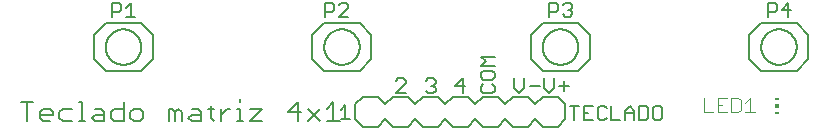
<source format=gbr>
G75*
%MOIN*%
%OFA0B0*%
%FSLAX25Y25*%
%IPPOS*%
%LPD*%
%AMOC8*
5,1,8,0,0,1.08239X$1,22.5*
%
%ADD10C,0.00700*%
%ADD11C,0.00600*%
%ADD12C,0.00500*%
%ADD13R,0.01181X0.00591*%
%ADD14R,0.01181X0.01181*%
%ADD15C,0.00400*%
D10*
X0029695Y0033342D02*
X0029695Y0039648D01*
X0027593Y0039648D02*
X0031797Y0039648D01*
X0034039Y0036495D02*
X0035089Y0037546D01*
X0037191Y0037546D01*
X0038242Y0036495D01*
X0038242Y0035444D01*
X0034039Y0035444D01*
X0034039Y0034393D02*
X0034039Y0036495D01*
X0034039Y0034393D02*
X0035089Y0033342D01*
X0037191Y0033342D01*
X0040484Y0034393D02*
X0041535Y0033342D01*
X0044688Y0033342D01*
X0046930Y0033342D02*
X0049031Y0033342D01*
X0047980Y0033342D02*
X0047980Y0039648D01*
X0046930Y0039648D01*
X0044688Y0037546D02*
X0041535Y0037546D01*
X0040484Y0036495D01*
X0040484Y0034393D01*
X0051227Y0034393D02*
X0052277Y0035444D01*
X0055430Y0035444D01*
X0055430Y0036495D02*
X0055430Y0033342D01*
X0052277Y0033342D01*
X0051227Y0034393D01*
X0054379Y0037546D02*
X0055430Y0036495D01*
X0054379Y0037546D02*
X0052277Y0037546D01*
X0057672Y0036495D02*
X0058723Y0037546D01*
X0061876Y0037546D01*
X0064118Y0036495D02*
X0064118Y0034393D01*
X0065168Y0033342D01*
X0067270Y0033342D01*
X0068321Y0034393D01*
X0068321Y0036495D01*
X0067270Y0037546D01*
X0065168Y0037546D01*
X0064118Y0036495D01*
X0057672Y0036495D02*
X0057672Y0034393D01*
X0058723Y0033342D01*
X0061876Y0033342D01*
X0061876Y0039648D01*
X0077009Y0037546D02*
X0078059Y0037546D01*
X0079110Y0036495D01*
X0080161Y0037546D01*
X0081212Y0036495D01*
X0081212Y0033342D01*
X0079110Y0033342D02*
X0079110Y0036495D01*
X0077009Y0037546D02*
X0077009Y0033342D01*
X0083454Y0034393D02*
X0084505Y0035444D01*
X0087658Y0035444D01*
X0087658Y0036495D02*
X0087658Y0033342D01*
X0084505Y0033342D01*
X0083454Y0034393D01*
X0086607Y0037546D02*
X0087658Y0036495D01*
X0086607Y0037546D02*
X0084505Y0037546D01*
X0089900Y0037546D02*
X0092001Y0037546D01*
X0090950Y0038597D02*
X0090950Y0034393D01*
X0092001Y0033342D01*
X0094197Y0033342D02*
X0094197Y0037546D01*
X0096298Y0037546D02*
X0097349Y0037546D01*
X0096298Y0037546D02*
X0094197Y0035444D01*
X0099568Y0033342D02*
X0101670Y0033342D01*
X0100619Y0033342D02*
X0100619Y0037546D01*
X0099568Y0037546D01*
X0100619Y0039648D02*
X0100619Y0040698D01*
X0103865Y0037546D02*
X0108068Y0037546D01*
X0103865Y0033342D01*
X0108068Y0033342D01*
X0116756Y0036495D02*
X0120959Y0036495D01*
X0123201Y0037546D02*
X0127405Y0033342D01*
X0129647Y0033342D02*
X0133850Y0033342D01*
X0131749Y0033342D02*
X0131749Y0039648D01*
X0129647Y0037546D01*
X0127405Y0037546D02*
X0123201Y0033342D01*
X0119908Y0033342D02*
X0119908Y0039648D01*
X0116756Y0036495D01*
D11*
X0139012Y0038992D02*
X0139012Y0033992D01*
X0141512Y0031492D01*
X0146512Y0031492D01*
X0149012Y0033992D01*
X0151512Y0031492D01*
X0156512Y0031492D01*
X0159012Y0033992D01*
X0161512Y0031492D01*
X0166512Y0031492D01*
X0169012Y0033992D01*
X0171512Y0031492D01*
X0176512Y0031492D01*
X0179012Y0033992D01*
X0181512Y0031492D01*
X0186512Y0031492D01*
X0189012Y0033992D01*
X0191512Y0031492D01*
X0196512Y0031492D01*
X0199012Y0033992D01*
X0201512Y0031492D01*
X0206512Y0031492D01*
X0209012Y0033992D01*
X0209012Y0038992D01*
X0206512Y0041492D01*
X0201512Y0041492D01*
X0199012Y0038992D01*
X0196512Y0041492D01*
X0191512Y0041492D01*
X0189012Y0038992D01*
X0186512Y0041492D01*
X0181512Y0041492D01*
X0179012Y0038992D01*
X0176512Y0041492D01*
X0171512Y0041492D01*
X0169012Y0038992D01*
X0166512Y0041492D01*
X0161512Y0041492D01*
X0159012Y0038992D01*
X0156512Y0041492D01*
X0151512Y0041492D01*
X0149012Y0038992D01*
X0146512Y0041492D01*
X0141512Y0041492D01*
X0139012Y0038992D01*
X0152659Y0042698D02*
X0155995Y0046034D01*
X0155995Y0046868D01*
X0155161Y0047702D01*
X0153493Y0047702D01*
X0152659Y0046868D01*
X0152659Y0042698D02*
X0155995Y0042698D01*
X0162501Y0043532D02*
X0163335Y0042698D01*
X0165004Y0042698D01*
X0165838Y0043532D01*
X0165838Y0044366D01*
X0165004Y0045200D01*
X0164170Y0045200D01*
X0165004Y0045200D02*
X0165838Y0046034D01*
X0165838Y0046868D01*
X0165004Y0047702D01*
X0163335Y0047702D01*
X0162501Y0046868D01*
X0172344Y0045200D02*
X0175680Y0045200D01*
X0174846Y0047702D02*
X0172344Y0045200D01*
X0174846Y0042698D02*
X0174846Y0047702D01*
X0192029Y0047702D02*
X0192029Y0044366D01*
X0193697Y0042698D01*
X0195365Y0044366D01*
X0195365Y0047702D01*
X0197185Y0045200D02*
X0200522Y0045200D01*
X0201872Y0044366D02*
X0203540Y0042698D01*
X0205208Y0044366D01*
X0205208Y0047702D01*
X0201872Y0047702D02*
X0201872Y0044366D01*
X0207028Y0045200D02*
X0210364Y0045200D01*
X0208696Y0046868D02*
X0208696Y0043532D01*
D12*
X0210621Y0038396D02*
X0213623Y0038396D01*
X0212122Y0038396D02*
X0212122Y0033892D01*
X0215225Y0033892D02*
X0218227Y0033892D01*
X0219829Y0034642D02*
X0220579Y0033892D01*
X0222080Y0033892D01*
X0222831Y0034642D01*
X0224433Y0033892D02*
X0227435Y0033892D01*
X0229036Y0033892D02*
X0229036Y0036894D01*
X0230538Y0038396D01*
X0232039Y0036894D01*
X0232039Y0033892D01*
X0233640Y0033892D02*
X0235892Y0033892D01*
X0236643Y0034642D01*
X0236643Y0037645D01*
X0235892Y0038396D01*
X0233640Y0038396D01*
X0233640Y0033892D01*
X0238244Y0034642D02*
X0238995Y0033892D01*
X0240496Y0033892D01*
X0241247Y0034642D01*
X0241247Y0037645D01*
X0240496Y0038396D01*
X0238995Y0038396D01*
X0238244Y0037645D01*
X0238244Y0034642D01*
X0232039Y0036144D02*
X0229036Y0036144D01*
X0224433Y0038396D02*
X0224433Y0033892D01*
X0219829Y0034642D02*
X0219829Y0037645D01*
X0220579Y0038396D01*
X0222080Y0038396D01*
X0222831Y0037645D01*
X0218227Y0038396D02*
X0215225Y0038396D01*
X0215225Y0033892D01*
X0215225Y0036144D02*
X0216726Y0036144D01*
X0185573Y0043398D02*
X0185573Y0044900D01*
X0184823Y0045650D01*
X0184823Y0047252D02*
X0181820Y0047252D01*
X0181070Y0048002D01*
X0181070Y0049503D01*
X0181820Y0050254D01*
X0184823Y0050254D01*
X0185573Y0049503D01*
X0185573Y0048002D01*
X0184823Y0047252D01*
X0181820Y0045650D02*
X0181070Y0044900D01*
X0181070Y0043398D01*
X0181820Y0042648D01*
X0184823Y0042648D01*
X0185573Y0043398D01*
X0197635Y0054209D02*
X0201572Y0050272D01*
X0213383Y0050272D01*
X0217320Y0054209D01*
X0217320Y0062083D01*
X0213383Y0066020D01*
X0201572Y0066020D01*
X0197635Y0062083D01*
X0197635Y0054209D01*
X0201571Y0058146D02*
X0201573Y0058299D01*
X0201579Y0058453D01*
X0201589Y0058606D01*
X0201603Y0058758D01*
X0201621Y0058911D01*
X0201643Y0059062D01*
X0201668Y0059213D01*
X0201698Y0059364D01*
X0201732Y0059514D01*
X0201769Y0059662D01*
X0201810Y0059810D01*
X0201855Y0059956D01*
X0201904Y0060102D01*
X0201957Y0060246D01*
X0202013Y0060388D01*
X0202073Y0060529D01*
X0202137Y0060669D01*
X0202204Y0060807D01*
X0202275Y0060943D01*
X0202350Y0061077D01*
X0202427Y0061209D01*
X0202509Y0061339D01*
X0202593Y0061467D01*
X0202681Y0061593D01*
X0202772Y0061716D01*
X0202866Y0061837D01*
X0202964Y0061955D01*
X0203064Y0062071D01*
X0203168Y0062184D01*
X0203274Y0062295D01*
X0203383Y0062403D01*
X0203495Y0062508D01*
X0203609Y0062609D01*
X0203727Y0062708D01*
X0203846Y0062804D01*
X0203968Y0062897D01*
X0204093Y0062986D01*
X0204220Y0063073D01*
X0204349Y0063155D01*
X0204480Y0063235D01*
X0204613Y0063311D01*
X0204748Y0063384D01*
X0204885Y0063453D01*
X0205024Y0063518D01*
X0205164Y0063580D01*
X0205306Y0063638D01*
X0205449Y0063693D01*
X0205594Y0063744D01*
X0205740Y0063791D01*
X0205887Y0063834D01*
X0206035Y0063873D01*
X0206184Y0063909D01*
X0206334Y0063940D01*
X0206485Y0063968D01*
X0206636Y0063992D01*
X0206789Y0064012D01*
X0206941Y0064028D01*
X0207094Y0064040D01*
X0207247Y0064048D01*
X0207400Y0064052D01*
X0207554Y0064052D01*
X0207707Y0064048D01*
X0207860Y0064040D01*
X0208013Y0064028D01*
X0208165Y0064012D01*
X0208318Y0063992D01*
X0208469Y0063968D01*
X0208620Y0063940D01*
X0208770Y0063909D01*
X0208919Y0063873D01*
X0209067Y0063834D01*
X0209214Y0063791D01*
X0209360Y0063744D01*
X0209505Y0063693D01*
X0209648Y0063638D01*
X0209790Y0063580D01*
X0209930Y0063518D01*
X0210069Y0063453D01*
X0210206Y0063384D01*
X0210341Y0063311D01*
X0210474Y0063235D01*
X0210605Y0063155D01*
X0210734Y0063073D01*
X0210861Y0062986D01*
X0210986Y0062897D01*
X0211108Y0062804D01*
X0211227Y0062708D01*
X0211345Y0062609D01*
X0211459Y0062508D01*
X0211571Y0062403D01*
X0211680Y0062295D01*
X0211786Y0062184D01*
X0211890Y0062071D01*
X0211990Y0061955D01*
X0212088Y0061837D01*
X0212182Y0061716D01*
X0212273Y0061593D01*
X0212361Y0061467D01*
X0212445Y0061339D01*
X0212527Y0061209D01*
X0212604Y0061077D01*
X0212679Y0060943D01*
X0212750Y0060807D01*
X0212817Y0060669D01*
X0212881Y0060529D01*
X0212941Y0060388D01*
X0212997Y0060246D01*
X0213050Y0060102D01*
X0213099Y0059956D01*
X0213144Y0059810D01*
X0213185Y0059662D01*
X0213222Y0059514D01*
X0213256Y0059364D01*
X0213286Y0059213D01*
X0213311Y0059062D01*
X0213333Y0058911D01*
X0213351Y0058758D01*
X0213365Y0058606D01*
X0213375Y0058453D01*
X0213381Y0058299D01*
X0213383Y0058146D01*
X0213381Y0057993D01*
X0213375Y0057839D01*
X0213365Y0057686D01*
X0213351Y0057534D01*
X0213333Y0057381D01*
X0213311Y0057230D01*
X0213286Y0057079D01*
X0213256Y0056928D01*
X0213222Y0056778D01*
X0213185Y0056630D01*
X0213144Y0056482D01*
X0213099Y0056336D01*
X0213050Y0056190D01*
X0212997Y0056046D01*
X0212941Y0055904D01*
X0212881Y0055763D01*
X0212817Y0055623D01*
X0212750Y0055485D01*
X0212679Y0055349D01*
X0212604Y0055215D01*
X0212527Y0055083D01*
X0212445Y0054953D01*
X0212361Y0054825D01*
X0212273Y0054699D01*
X0212182Y0054576D01*
X0212088Y0054455D01*
X0211990Y0054337D01*
X0211890Y0054221D01*
X0211786Y0054108D01*
X0211680Y0053997D01*
X0211571Y0053889D01*
X0211459Y0053784D01*
X0211345Y0053683D01*
X0211227Y0053584D01*
X0211108Y0053488D01*
X0210986Y0053395D01*
X0210861Y0053306D01*
X0210734Y0053219D01*
X0210605Y0053137D01*
X0210474Y0053057D01*
X0210341Y0052981D01*
X0210206Y0052908D01*
X0210069Y0052839D01*
X0209930Y0052774D01*
X0209790Y0052712D01*
X0209648Y0052654D01*
X0209505Y0052599D01*
X0209360Y0052548D01*
X0209214Y0052501D01*
X0209067Y0052458D01*
X0208919Y0052419D01*
X0208770Y0052383D01*
X0208620Y0052352D01*
X0208469Y0052324D01*
X0208318Y0052300D01*
X0208165Y0052280D01*
X0208013Y0052264D01*
X0207860Y0052252D01*
X0207707Y0052244D01*
X0207554Y0052240D01*
X0207400Y0052240D01*
X0207247Y0052244D01*
X0207094Y0052252D01*
X0206941Y0052264D01*
X0206789Y0052280D01*
X0206636Y0052300D01*
X0206485Y0052324D01*
X0206334Y0052352D01*
X0206184Y0052383D01*
X0206035Y0052419D01*
X0205887Y0052458D01*
X0205740Y0052501D01*
X0205594Y0052548D01*
X0205449Y0052599D01*
X0205306Y0052654D01*
X0205164Y0052712D01*
X0205024Y0052774D01*
X0204885Y0052839D01*
X0204748Y0052908D01*
X0204613Y0052981D01*
X0204480Y0053057D01*
X0204349Y0053137D01*
X0204220Y0053219D01*
X0204093Y0053306D01*
X0203968Y0053395D01*
X0203846Y0053488D01*
X0203727Y0053584D01*
X0203609Y0053683D01*
X0203495Y0053784D01*
X0203383Y0053889D01*
X0203274Y0053997D01*
X0203168Y0054108D01*
X0203064Y0054221D01*
X0202964Y0054337D01*
X0202866Y0054455D01*
X0202772Y0054576D01*
X0202681Y0054699D01*
X0202593Y0054825D01*
X0202509Y0054953D01*
X0202427Y0055083D01*
X0202350Y0055215D01*
X0202275Y0055349D01*
X0202204Y0055485D01*
X0202137Y0055623D01*
X0202073Y0055763D01*
X0202013Y0055904D01*
X0201957Y0056046D01*
X0201904Y0056190D01*
X0201855Y0056336D01*
X0201810Y0056482D01*
X0201769Y0056630D01*
X0201732Y0056778D01*
X0201698Y0056928D01*
X0201668Y0057079D01*
X0201643Y0057230D01*
X0201621Y0057381D01*
X0201603Y0057534D01*
X0201589Y0057686D01*
X0201579Y0057839D01*
X0201573Y0057993D01*
X0201571Y0058146D01*
X0185573Y0054858D02*
X0181070Y0054858D01*
X0182571Y0053357D01*
X0181070Y0051855D01*
X0185573Y0051855D01*
X0144485Y0054209D02*
X0140548Y0050272D01*
X0128737Y0050272D01*
X0124800Y0054209D01*
X0124800Y0062083D01*
X0128737Y0066020D01*
X0140548Y0066020D01*
X0144485Y0062083D01*
X0144485Y0054209D01*
X0128736Y0058146D02*
X0128738Y0058299D01*
X0128744Y0058453D01*
X0128754Y0058606D01*
X0128768Y0058758D01*
X0128786Y0058911D01*
X0128808Y0059062D01*
X0128833Y0059213D01*
X0128863Y0059364D01*
X0128897Y0059514D01*
X0128934Y0059662D01*
X0128975Y0059810D01*
X0129020Y0059956D01*
X0129069Y0060102D01*
X0129122Y0060246D01*
X0129178Y0060388D01*
X0129238Y0060529D01*
X0129302Y0060669D01*
X0129369Y0060807D01*
X0129440Y0060943D01*
X0129515Y0061077D01*
X0129592Y0061209D01*
X0129674Y0061339D01*
X0129758Y0061467D01*
X0129846Y0061593D01*
X0129937Y0061716D01*
X0130031Y0061837D01*
X0130129Y0061955D01*
X0130229Y0062071D01*
X0130333Y0062184D01*
X0130439Y0062295D01*
X0130548Y0062403D01*
X0130660Y0062508D01*
X0130774Y0062609D01*
X0130892Y0062708D01*
X0131011Y0062804D01*
X0131133Y0062897D01*
X0131258Y0062986D01*
X0131385Y0063073D01*
X0131514Y0063155D01*
X0131645Y0063235D01*
X0131778Y0063311D01*
X0131913Y0063384D01*
X0132050Y0063453D01*
X0132189Y0063518D01*
X0132329Y0063580D01*
X0132471Y0063638D01*
X0132614Y0063693D01*
X0132759Y0063744D01*
X0132905Y0063791D01*
X0133052Y0063834D01*
X0133200Y0063873D01*
X0133349Y0063909D01*
X0133499Y0063940D01*
X0133650Y0063968D01*
X0133801Y0063992D01*
X0133954Y0064012D01*
X0134106Y0064028D01*
X0134259Y0064040D01*
X0134412Y0064048D01*
X0134565Y0064052D01*
X0134719Y0064052D01*
X0134872Y0064048D01*
X0135025Y0064040D01*
X0135178Y0064028D01*
X0135330Y0064012D01*
X0135483Y0063992D01*
X0135634Y0063968D01*
X0135785Y0063940D01*
X0135935Y0063909D01*
X0136084Y0063873D01*
X0136232Y0063834D01*
X0136379Y0063791D01*
X0136525Y0063744D01*
X0136670Y0063693D01*
X0136813Y0063638D01*
X0136955Y0063580D01*
X0137095Y0063518D01*
X0137234Y0063453D01*
X0137371Y0063384D01*
X0137506Y0063311D01*
X0137639Y0063235D01*
X0137770Y0063155D01*
X0137899Y0063073D01*
X0138026Y0062986D01*
X0138151Y0062897D01*
X0138273Y0062804D01*
X0138392Y0062708D01*
X0138510Y0062609D01*
X0138624Y0062508D01*
X0138736Y0062403D01*
X0138845Y0062295D01*
X0138951Y0062184D01*
X0139055Y0062071D01*
X0139155Y0061955D01*
X0139253Y0061837D01*
X0139347Y0061716D01*
X0139438Y0061593D01*
X0139526Y0061467D01*
X0139610Y0061339D01*
X0139692Y0061209D01*
X0139769Y0061077D01*
X0139844Y0060943D01*
X0139915Y0060807D01*
X0139982Y0060669D01*
X0140046Y0060529D01*
X0140106Y0060388D01*
X0140162Y0060246D01*
X0140215Y0060102D01*
X0140264Y0059956D01*
X0140309Y0059810D01*
X0140350Y0059662D01*
X0140387Y0059514D01*
X0140421Y0059364D01*
X0140451Y0059213D01*
X0140476Y0059062D01*
X0140498Y0058911D01*
X0140516Y0058758D01*
X0140530Y0058606D01*
X0140540Y0058453D01*
X0140546Y0058299D01*
X0140548Y0058146D01*
X0140546Y0057993D01*
X0140540Y0057839D01*
X0140530Y0057686D01*
X0140516Y0057534D01*
X0140498Y0057381D01*
X0140476Y0057230D01*
X0140451Y0057079D01*
X0140421Y0056928D01*
X0140387Y0056778D01*
X0140350Y0056630D01*
X0140309Y0056482D01*
X0140264Y0056336D01*
X0140215Y0056190D01*
X0140162Y0056046D01*
X0140106Y0055904D01*
X0140046Y0055763D01*
X0139982Y0055623D01*
X0139915Y0055485D01*
X0139844Y0055349D01*
X0139769Y0055215D01*
X0139692Y0055083D01*
X0139610Y0054953D01*
X0139526Y0054825D01*
X0139438Y0054699D01*
X0139347Y0054576D01*
X0139253Y0054455D01*
X0139155Y0054337D01*
X0139055Y0054221D01*
X0138951Y0054108D01*
X0138845Y0053997D01*
X0138736Y0053889D01*
X0138624Y0053784D01*
X0138510Y0053683D01*
X0138392Y0053584D01*
X0138273Y0053488D01*
X0138151Y0053395D01*
X0138026Y0053306D01*
X0137899Y0053219D01*
X0137770Y0053137D01*
X0137639Y0053057D01*
X0137506Y0052981D01*
X0137371Y0052908D01*
X0137234Y0052839D01*
X0137095Y0052774D01*
X0136955Y0052712D01*
X0136813Y0052654D01*
X0136670Y0052599D01*
X0136525Y0052548D01*
X0136379Y0052501D01*
X0136232Y0052458D01*
X0136084Y0052419D01*
X0135935Y0052383D01*
X0135785Y0052352D01*
X0135634Y0052324D01*
X0135483Y0052300D01*
X0135330Y0052280D01*
X0135178Y0052264D01*
X0135025Y0052252D01*
X0134872Y0052244D01*
X0134719Y0052240D01*
X0134565Y0052240D01*
X0134412Y0052244D01*
X0134259Y0052252D01*
X0134106Y0052264D01*
X0133954Y0052280D01*
X0133801Y0052300D01*
X0133650Y0052324D01*
X0133499Y0052352D01*
X0133349Y0052383D01*
X0133200Y0052419D01*
X0133052Y0052458D01*
X0132905Y0052501D01*
X0132759Y0052548D01*
X0132614Y0052599D01*
X0132471Y0052654D01*
X0132329Y0052712D01*
X0132189Y0052774D01*
X0132050Y0052839D01*
X0131913Y0052908D01*
X0131778Y0052981D01*
X0131645Y0053057D01*
X0131514Y0053137D01*
X0131385Y0053219D01*
X0131258Y0053306D01*
X0131133Y0053395D01*
X0131011Y0053488D01*
X0130892Y0053584D01*
X0130774Y0053683D01*
X0130660Y0053784D01*
X0130548Y0053889D01*
X0130439Y0053997D01*
X0130333Y0054108D01*
X0130229Y0054221D01*
X0130129Y0054337D01*
X0130031Y0054455D01*
X0129937Y0054576D01*
X0129846Y0054699D01*
X0129758Y0054825D01*
X0129674Y0054953D01*
X0129592Y0055083D01*
X0129515Y0055215D01*
X0129440Y0055349D01*
X0129369Y0055485D01*
X0129302Y0055623D01*
X0129238Y0055763D01*
X0129178Y0055904D01*
X0129122Y0056046D01*
X0129069Y0056190D01*
X0129020Y0056336D01*
X0128975Y0056482D01*
X0128934Y0056630D01*
X0128897Y0056778D01*
X0128863Y0056928D01*
X0128833Y0057079D01*
X0128808Y0057230D01*
X0128786Y0057381D01*
X0128768Y0057534D01*
X0128754Y0057686D01*
X0128744Y0057839D01*
X0128738Y0057993D01*
X0128736Y0058146D01*
X0128987Y0068238D02*
X0128987Y0072742D01*
X0131239Y0072742D01*
X0131989Y0071991D01*
X0131989Y0070490D01*
X0131239Y0069739D01*
X0128987Y0069739D01*
X0133591Y0068238D02*
X0136593Y0071241D01*
X0136593Y0071991D01*
X0135843Y0072742D01*
X0134341Y0072742D01*
X0133591Y0071991D01*
X0133591Y0068238D02*
X0136593Y0068238D01*
X0071650Y0062083D02*
X0071650Y0054209D01*
X0067713Y0050272D01*
X0055902Y0050272D01*
X0051965Y0054209D01*
X0051965Y0062083D01*
X0055902Y0066020D01*
X0067713Y0066020D01*
X0071650Y0062083D01*
X0055902Y0058146D02*
X0055904Y0058299D01*
X0055910Y0058453D01*
X0055920Y0058606D01*
X0055934Y0058758D01*
X0055952Y0058911D01*
X0055974Y0059062D01*
X0055999Y0059213D01*
X0056029Y0059364D01*
X0056063Y0059514D01*
X0056100Y0059662D01*
X0056141Y0059810D01*
X0056186Y0059956D01*
X0056235Y0060102D01*
X0056288Y0060246D01*
X0056344Y0060388D01*
X0056404Y0060529D01*
X0056468Y0060669D01*
X0056535Y0060807D01*
X0056606Y0060943D01*
X0056681Y0061077D01*
X0056758Y0061209D01*
X0056840Y0061339D01*
X0056924Y0061467D01*
X0057012Y0061593D01*
X0057103Y0061716D01*
X0057197Y0061837D01*
X0057295Y0061955D01*
X0057395Y0062071D01*
X0057499Y0062184D01*
X0057605Y0062295D01*
X0057714Y0062403D01*
X0057826Y0062508D01*
X0057940Y0062609D01*
X0058058Y0062708D01*
X0058177Y0062804D01*
X0058299Y0062897D01*
X0058424Y0062986D01*
X0058551Y0063073D01*
X0058680Y0063155D01*
X0058811Y0063235D01*
X0058944Y0063311D01*
X0059079Y0063384D01*
X0059216Y0063453D01*
X0059355Y0063518D01*
X0059495Y0063580D01*
X0059637Y0063638D01*
X0059780Y0063693D01*
X0059925Y0063744D01*
X0060071Y0063791D01*
X0060218Y0063834D01*
X0060366Y0063873D01*
X0060515Y0063909D01*
X0060665Y0063940D01*
X0060816Y0063968D01*
X0060967Y0063992D01*
X0061120Y0064012D01*
X0061272Y0064028D01*
X0061425Y0064040D01*
X0061578Y0064048D01*
X0061731Y0064052D01*
X0061885Y0064052D01*
X0062038Y0064048D01*
X0062191Y0064040D01*
X0062344Y0064028D01*
X0062496Y0064012D01*
X0062649Y0063992D01*
X0062800Y0063968D01*
X0062951Y0063940D01*
X0063101Y0063909D01*
X0063250Y0063873D01*
X0063398Y0063834D01*
X0063545Y0063791D01*
X0063691Y0063744D01*
X0063836Y0063693D01*
X0063979Y0063638D01*
X0064121Y0063580D01*
X0064261Y0063518D01*
X0064400Y0063453D01*
X0064537Y0063384D01*
X0064672Y0063311D01*
X0064805Y0063235D01*
X0064936Y0063155D01*
X0065065Y0063073D01*
X0065192Y0062986D01*
X0065317Y0062897D01*
X0065439Y0062804D01*
X0065558Y0062708D01*
X0065676Y0062609D01*
X0065790Y0062508D01*
X0065902Y0062403D01*
X0066011Y0062295D01*
X0066117Y0062184D01*
X0066221Y0062071D01*
X0066321Y0061955D01*
X0066419Y0061837D01*
X0066513Y0061716D01*
X0066604Y0061593D01*
X0066692Y0061467D01*
X0066776Y0061339D01*
X0066858Y0061209D01*
X0066935Y0061077D01*
X0067010Y0060943D01*
X0067081Y0060807D01*
X0067148Y0060669D01*
X0067212Y0060529D01*
X0067272Y0060388D01*
X0067328Y0060246D01*
X0067381Y0060102D01*
X0067430Y0059956D01*
X0067475Y0059810D01*
X0067516Y0059662D01*
X0067553Y0059514D01*
X0067587Y0059364D01*
X0067617Y0059213D01*
X0067642Y0059062D01*
X0067664Y0058911D01*
X0067682Y0058758D01*
X0067696Y0058606D01*
X0067706Y0058453D01*
X0067712Y0058299D01*
X0067714Y0058146D01*
X0067712Y0057993D01*
X0067706Y0057839D01*
X0067696Y0057686D01*
X0067682Y0057534D01*
X0067664Y0057381D01*
X0067642Y0057230D01*
X0067617Y0057079D01*
X0067587Y0056928D01*
X0067553Y0056778D01*
X0067516Y0056630D01*
X0067475Y0056482D01*
X0067430Y0056336D01*
X0067381Y0056190D01*
X0067328Y0056046D01*
X0067272Y0055904D01*
X0067212Y0055763D01*
X0067148Y0055623D01*
X0067081Y0055485D01*
X0067010Y0055349D01*
X0066935Y0055215D01*
X0066858Y0055083D01*
X0066776Y0054953D01*
X0066692Y0054825D01*
X0066604Y0054699D01*
X0066513Y0054576D01*
X0066419Y0054455D01*
X0066321Y0054337D01*
X0066221Y0054221D01*
X0066117Y0054108D01*
X0066011Y0053997D01*
X0065902Y0053889D01*
X0065790Y0053784D01*
X0065676Y0053683D01*
X0065558Y0053584D01*
X0065439Y0053488D01*
X0065317Y0053395D01*
X0065192Y0053306D01*
X0065065Y0053219D01*
X0064936Y0053137D01*
X0064805Y0053057D01*
X0064672Y0052981D01*
X0064537Y0052908D01*
X0064400Y0052839D01*
X0064261Y0052774D01*
X0064121Y0052712D01*
X0063979Y0052654D01*
X0063836Y0052599D01*
X0063691Y0052548D01*
X0063545Y0052501D01*
X0063398Y0052458D01*
X0063250Y0052419D01*
X0063101Y0052383D01*
X0062951Y0052352D01*
X0062800Y0052324D01*
X0062649Y0052300D01*
X0062496Y0052280D01*
X0062344Y0052264D01*
X0062191Y0052252D01*
X0062038Y0052244D01*
X0061885Y0052240D01*
X0061731Y0052240D01*
X0061578Y0052244D01*
X0061425Y0052252D01*
X0061272Y0052264D01*
X0061120Y0052280D01*
X0060967Y0052300D01*
X0060816Y0052324D01*
X0060665Y0052352D01*
X0060515Y0052383D01*
X0060366Y0052419D01*
X0060218Y0052458D01*
X0060071Y0052501D01*
X0059925Y0052548D01*
X0059780Y0052599D01*
X0059637Y0052654D01*
X0059495Y0052712D01*
X0059355Y0052774D01*
X0059216Y0052839D01*
X0059079Y0052908D01*
X0058944Y0052981D01*
X0058811Y0053057D01*
X0058680Y0053137D01*
X0058551Y0053219D01*
X0058424Y0053306D01*
X0058299Y0053395D01*
X0058177Y0053488D01*
X0058058Y0053584D01*
X0057940Y0053683D01*
X0057826Y0053784D01*
X0057714Y0053889D01*
X0057605Y0053997D01*
X0057499Y0054108D01*
X0057395Y0054221D01*
X0057295Y0054337D01*
X0057197Y0054455D01*
X0057103Y0054576D01*
X0057012Y0054699D01*
X0056924Y0054825D01*
X0056840Y0054953D01*
X0056758Y0055083D01*
X0056681Y0055215D01*
X0056606Y0055349D01*
X0056535Y0055485D01*
X0056468Y0055623D01*
X0056404Y0055763D01*
X0056344Y0055904D01*
X0056288Y0056046D01*
X0056235Y0056190D01*
X0056186Y0056336D01*
X0056141Y0056482D01*
X0056100Y0056630D01*
X0056063Y0056778D01*
X0056029Y0056928D01*
X0055999Y0057079D01*
X0055974Y0057230D01*
X0055952Y0057381D01*
X0055934Y0057534D01*
X0055920Y0057686D01*
X0055910Y0057839D01*
X0055904Y0057993D01*
X0055902Y0058146D01*
X0058121Y0068238D02*
X0058121Y0072742D01*
X0060373Y0072742D01*
X0061123Y0071991D01*
X0061123Y0070490D01*
X0060373Y0069739D01*
X0058121Y0069739D01*
X0062725Y0068238D02*
X0065727Y0068238D01*
X0064226Y0068238D02*
X0064226Y0072742D01*
X0062725Y0071241D01*
X0134262Y0037245D02*
X0135764Y0038746D01*
X0135764Y0034242D01*
X0137265Y0034242D02*
X0134262Y0034242D01*
X0203790Y0068238D02*
X0203790Y0072742D01*
X0206042Y0072742D01*
X0206793Y0071991D01*
X0206793Y0070490D01*
X0206042Y0069739D01*
X0203790Y0069739D01*
X0208394Y0068989D02*
X0209145Y0068238D01*
X0210646Y0068238D01*
X0211397Y0068989D01*
X0211397Y0069739D01*
X0210646Y0070490D01*
X0209895Y0070490D01*
X0210646Y0070490D02*
X0211397Y0071241D01*
X0211397Y0071991D01*
X0210646Y0072742D01*
X0209145Y0072742D01*
X0208394Y0071991D01*
X0270469Y0062083D02*
X0270469Y0054209D01*
X0274406Y0050272D01*
X0286217Y0050272D01*
X0290154Y0054209D01*
X0290154Y0062083D01*
X0286217Y0066020D01*
X0274406Y0066020D01*
X0270469Y0062083D01*
X0274406Y0058146D02*
X0274408Y0058299D01*
X0274414Y0058453D01*
X0274424Y0058606D01*
X0274438Y0058758D01*
X0274456Y0058911D01*
X0274478Y0059062D01*
X0274503Y0059213D01*
X0274533Y0059364D01*
X0274567Y0059514D01*
X0274604Y0059662D01*
X0274645Y0059810D01*
X0274690Y0059956D01*
X0274739Y0060102D01*
X0274792Y0060246D01*
X0274848Y0060388D01*
X0274908Y0060529D01*
X0274972Y0060669D01*
X0275039Y0060807D01*
X0275110Y0060943D01*
X0275185Y0061077D01*
X0275262Y0061209D01*
X0275344Y0061339D01*
X0275428Y0061467D01*
X0275516Y0061593D01*
X0275607Y0061716D01*
X0275701Y0061837D01*
X0275799Y0061955D01*
X0275899Y0062071D01*
X0276003Y0062184D01*
X0276109Y0062295D01*
X0276218Y0062403D01*
X0276330Y0062508D01*
X0276444Y0062609D01*
X0276562Y0062708D01*
X0276681Y0062804D01*
X0276803Y0062897D01*
X0276928Y0062986D01*
X0277055Y0063073D01*
X0277184Y0063155D01*
X0277315Y0063235D01*
X0277448Y0063311D01*
X0277583Y0063384D01*
X0277720Y0063453D01*
X0277859Y0063518D01*
X0277999Y0063580D01*
X0278141Y0063638D01*
X0278284Y0063693D01*
X0278429Y0063744D01*
X0278575Y0063791D01*
X0278722Y0063834D01*
X0278870Y0063873D01*
X0279019Y0063909D01*
X0279169Y0063940D01*
X0279320Y0063968D01*
X0279471Y0063992D01*
X0279624Y0064012D01*
X0279776Y0064028D01*
X0279929Y0064040D01*
X0280082Y0064048D01*
X0280235Y0064052D01*
X0280389Y0064052D01*
X0280542Y0064048D01*
X0280695Y0064040D01*
X0280848Y0064028D01*
X0281000Y0064012D01*
X0281153Y0063992D01*
X0281304Y0063968D01*
X0281455Y0063940D01*
X0281605Y0063909D01*
X0281754Y0063873D01*
X0281902Y0063834D01*
X0282049Y0063791D01*
X0282195Y0063744D01*
X0282340Y0063693D01*
X0282483Y0063638D01*
X0282625Y0063580D01*
X0282765Y0063518D01*
X0282904Y0063453D01*
X0283041Y0063384D01*
X0283176Y0063311D01*
X0283309Y0063235D01*
X0283440Y0063155D01*
X0283569Y0063073D01*
X0283696Y0062986D01*
X0283821Y0062897D01*
X0283943Y0062804D01*
X0284062Y0062708D01*
X0284180Y0062609D01*
X0284294Y0062508D01*
X0284406Y0062403D01*
X0284515Y0062295D01*
X0284621Y0062184D01*
X0284725Y0062071D01*
X0284825Y0061955D01*
X0284923Y0061837D01*
X0285017Y0061716D01*
X0285108Y0061593D01*
X0285196Y0061467D01*
X0285280Y0061339D01*
X0285362Y0061209D01*
X0285439Y0061077D01*
X0285514Y0060943D01*
X0285585Y0060807D01*
X0285652Y0060669D01*
X0285716Y0060529D01*
X0285776Y0060388D01*
X0285832Y0060246D01*
X0285885Y0060102D01*
X0285934Y0059956D01*
X0285979Y0059810D01*
X0286020Y0059662D01*
X0286057Y0059514D01*
X0286091Y0059364D01*
X0286121Y0059213D01*
X0286146Y0059062D01*
X0286168Y0058911D01*
X0286186Y0058758D01*
X0286200Y0058606D01*
X0286210Y0058453D01*
X0286216Y0058299D01*
X0286218Y0058146D01*
X0286216Y0057993D01*
X0286210Y0057839D01*
X0286200Y0057686D01*
X0286186Y0057534D01*
X0286168Y0057381D01*
X0286146Y0057230D01*
X0286121Y0057079D01*
X0286091Y0056928D01*
X0286057Y0056778D01*
X0286020Y0056630D01*
X0285979Y0056482D01*
X0285934Y0056336D01*
X0285885Y0056190D01*
X0285832Y0056046D01*
X0285776Y0055904D01*
X0285716Y0055763D01*
X0285652Y0055623D01*
X0285585Y0055485D01*
X0285514Y0055349D01*
X0285439Y0055215D01*
X0285362Y0055083D01*
X0285280Y0054953D01*
X0285196Y0054825D01*
X0285108Y0054699D01*
X0285017Y0054576D01*
X0284923Y0054455D01*
X0284825Y0054337D01*
X0284725Y0054221D01*
X0284621Y0054108D01*
X0284515Y0053997D01*
X0284406Y0053889D01*
X0284294Y0053784D01*
X0284180Y0053683D01*
X0284062Y0053584D01*
X0283943Y0053488D01*
X0283821Y0053395D01*
X0283696Y0053306D01*
X0283569Y0053219D01*
X0283440Y0053137D01*
X0283309Y0053057D01*
X0283176Y0052981D01*
X0283041Y0052908D01*
X0282904Y0052839D01*
X0282765Y0052774D01*
X0282625Y0052712D01*
X0282483Y0052654D01*
X0282340Y0052599D01*
X0282195Y0052548D01*
X0282049Y0052501D01*
X0281902Y0052458D01*
X0281754Y0052419D01*
X0281605Y0052383D01*
X0281455Y0052352D01*
X0281304Y0052324D01*
X0281153Y0052300D01*
X0281000Y0052280D01*
X0280848Y0052264D01*
X0280695Y0052252D01*
X0280542Y0052244D01*
X0280389Y0052240D01*
X0280235Y0052240D01*
X0280082Y0052244D01*
X0279929Y0052252D01*
X0279776Y0052264D01*
X0279624Y0052280D01*
X0279471Y0052300D01*
X0279320Y0052324D01*
X0279169Y0052352D01*
X0279019Y0052383D01*
X0278870Y0052419D01*
X0278722Y0052458D01*
X0278575Y0052501D01*
X0278429Y0052548D01*
X0278284Y0052599D01*
X0278141Y0052654D01*
X0277999Y0052712D01*
X0277859Y0052774D01*
X0277720Y0052839D01*
X0277583Y0052908D01*
X0277448Y0052981D01*
X0277315Y0053057D01*
X0277184Y0053137D01*
X0277055Y0053219D01*
X0276928Y0053306D01*
X0276803Y0053395D01*
X0276681Y0053488D01*
X0276562Y0053584D01*
X0276444Y0053683D01*
X0276330Y0053784D01*
X0276218Y0053889D01*
X0276109Y0053997D01*
X0276003Y0054108D01*
X0275899Y0054221D01*
X0275799Y0054337D01*
X0275701Y0054455D01*
X0275607Y0054576D01*
X0275516Y0054699D01*
X0275428Y0054825D01*
X0275344Y0054953D01*
X0275262Y0055083D01*
X0275185Y0055215D01*
X0275110Y0055349D01*
X0275039Y0055485D01*
X0274972Y0055623D01*
X0274908Y0055763D01*
X0274848Y0055904D01*
X0274792Y0056046D01*
X0274739Y0056190D01*
X0274690Y0056336D01*
X0274645Y0056482D01*
X0274604Y0056630D01*
X0274567Y0056778D01*
X0274533Y0056928D01*
X0274503Y0057079D01*
X0274478Y0057230D01*
X0274456Y0057381D01*
X0274438Y0057534D01*
X0274424Y0057686D01*
X0274414Y0057839D01*
X0274408Y0057993D01*
X0274406Y0058146D01*
X0276625Y0068238D02*
X0276625Y0072742D01*
X0278877Y0072742D01*
X0279627Y0071991D01*
X0279627Y0070490D01*
X0278877Y0069739D01*
X0276625Y0069739D01*
X0281229Y0070490D02*
X0284231Y0070490D01*
X0283481Y0068238D02*
X0283481Y0072742D01*
X0281229Y0070490D01*
D13*
X0279721Y0040823D03*
X0279721Y0036098D03*
D14*
X0279721Y0038461D03*
D15*
X0272166Y0036535D02*
X0269097Y0036535D01*
X0270631Y0036535D02*
X0270631Y0041139D01*
X0269097Y0039604D01*
X0267562Y0040371D02*
X0267562Y0037302D01*
X0266795Y0036535D01*
X0264493Y0036535D01*
X0264493Y0041139D01*
X0266795Y0041139D01*
X0267562Y0040371D01*
X0262958Y0041139D02*
X0259889Y0041139D01*
X0259889Y0036535D01*
X0262958Y0036535D01*
X0258354Y0036535D02*
X0255285Y0036535D01*
X0255285Y0041139D01*
X0259889Y0038837D02*
X0261423Y0038837D01*
M02*

</source>
